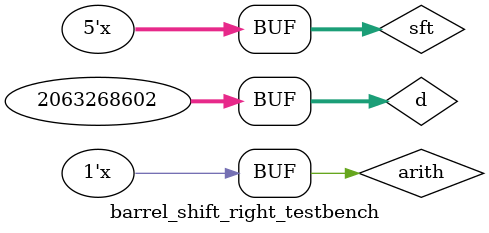
<source format=v>
`timescale 1ns / 1ps

module barrel_shift_right_testbench();

    reg [31:0] d;
    reg [4:0] sft;
    reg  arith;
    wire [31:0] z;
    
    barrel_shift_right #(32, 5) b_s_r_32_5(
        .d(d),
        .sft(sft),
        .arith(arith),
        .z(z)
    );
    
    initial 
    begin
        d = 32'h7AFAFAFA;
        sft=5'h0;
        arith = 1'b0;
    end
    
    always #1 sft = sft+1;
    always #10 arith = ~arith;
    
endmodule

</source>
